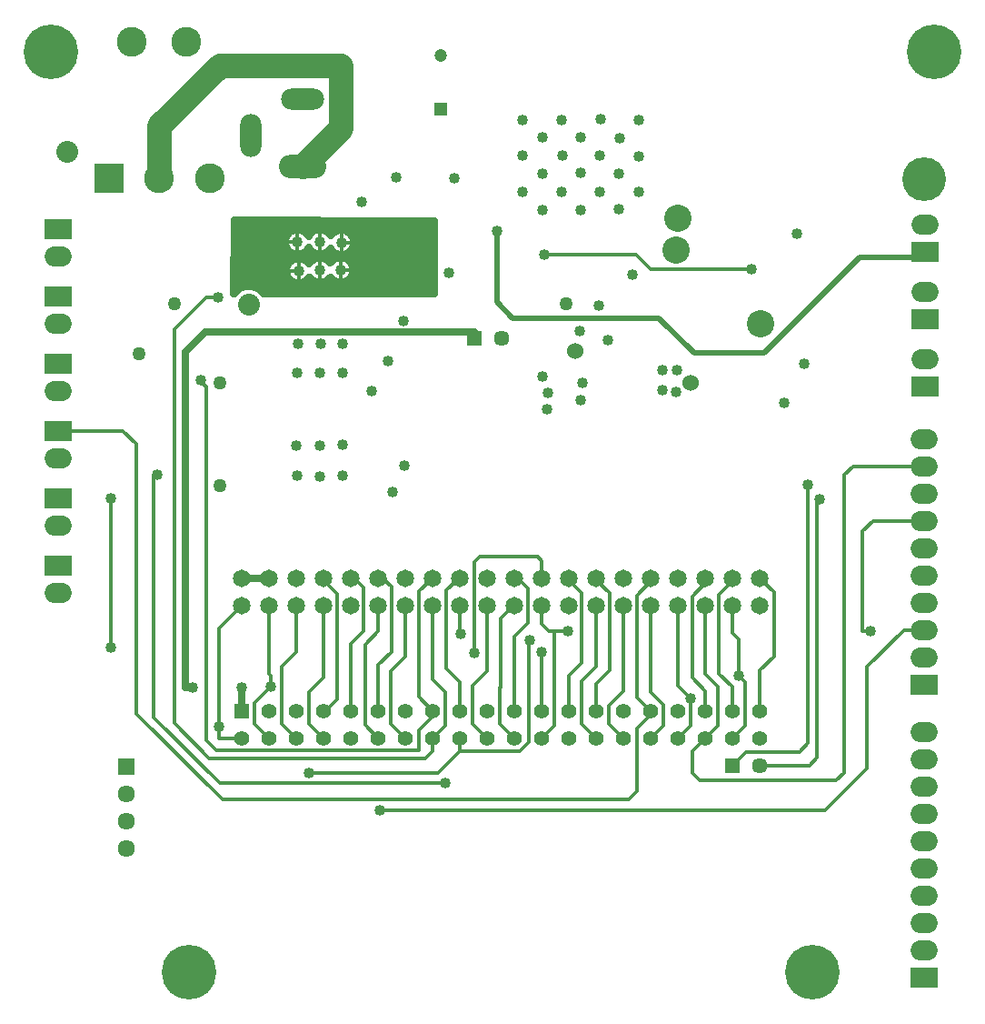
<source format=gbr>
G04 DipTrace 4.3.0.5*
G04 4 - Bottom.gbr*
%MOIN*%
G04 #@! TF.FileFunction,Copper,L4,Bot*
G04 #@! TF.Part,Single*
G04 #@! TA.AperFunction,CopperBalancing*
%ADD15C,0.013*%
G04 #@! TA.AperFunction,ViaPad*
%ADD16C,0.04*%
G04 #@! TA.AperFunction,Conductor*
%ADD17C,0.02*%
G04 #@! TA.AperFunction,CopperBalancing*
%ADD18C,0.025*%
G04 #@! TA.AperFunction,ViaPad*
%ADD19C,0.1*%
%ADD20C,0.05*%
G04 #@! TA.AperFunction,Conductor*
%ADD22C,0.09*%
G04 #@! TA.AperFunction,ComponentPad*
%ADD23R,0.047244X0.047244*%
%ADD25C,0.047244*%
%ADD35R,0.098425X0.074803*%
%ADD37O,0.098425X0.074803*%
%ADD40O,0.173228X0.086614*%
%ADD42O,0.07874X0.15748*%
%ADD43O,0.15748X0.07874*%
%ADD44R,0.055039X0.055039*%
%ADD46C,0.055039*%
%ADD47R,0.063386X0.063386*%
%ADD49C,0.063386*%
%ADD50R,0.057087X0.057087*%
%ADD52C,0.057087*%
%ADD54C,0.064961*%
%ADD56C,0.2*%
%ADD63R,0.109252X0.109252*%
%ADD65C,0.109252*%
G04 #@! TA.AperFunction,ViaPad*
%ADD69C,0.06*%
%ADD70C,0.08*%
%ADD71C,0.16*%
%FSLAX26Y26*%
G04*
G70*
G90*
G75*
G01*
G04 Bottom*
%LPD*%
X2338493Y3208554D2*
D15*
X2674653D1*
X2728046Y3155161D1*
X3098910D1*
X1228411Y2022262D2*
D18*
X1328411D1*
X2528150Y1435941D2*
D15*
X2475172Y1488919D1*
Y1646545D1*
X2528411Y1699784D1*
Y1922262D1*
Y2022262D2*
Y2016330D1*
X2577020Y1967721D1*
Y1684141D1*
X2528150Y1635271D1*
Y1535941D1*
X1328150Y1435941D2*
X1275172Y1488919D1*
Y1564892D1*
X1334913Y1624632D1*
Y1664132D1*
X1328411Y1670633D1*
Y1922262D1*
X1428150Y1435941D2*
X1375172Y1488919D1*
Y1698018D1*
X1428411Y1751256D1*
Y1922262D1*
X1528150Y1435941D2*
X1475172Y1488919D1*
Y1606482D1*
X1528411Y1659721D1*
Y1922262D1*
X2628150Y1435941D2*
X2575172Y1488919D1*
Y1556340D1*
X2628411Y1609579D1*
Y1922262D1*
X2728150Y1435941D2*
X2775172Y1482964D1*
Y1559581D1*
X2728411Y1606342D1*
Y1922262D1*
X2428411Y2022262D2*
Y2015161D1*
X2475901Y1967671D1*
Y1711141D1*
X2428150Y1663390D1*
Y1535941D1*
X2328411Y2022262D2*
Y2086221D1*
X2313011Y2101621D1*
X2101611D1*
X2082481Y2082491D1*
Y1748651D1*
X2326401Y1751972D2*
X2328150Y1750222D1*
Y1535941D1*
X2228411Y1922262D2*
X2222762D1*
X2176271Y1875771D1*
Y1621402D1*
X2175172Y1620304D1*
Y1488919D1*
X2228150Y1435941D1*
X2128411Y1922262D2*
Y1681155D1*
X2075172Y1627917D1*
Y1488919D1*
X2128150Y1435941D1*
X2328411Y1922262D2*
Y1855637D1*
X2354413Y1829636D1*
X2375170D1*
Y1482961D1*
X2328150Y1435941D1*
X3535653Y1829636D2*
X3504951D1*
Y2194231D1*
X3543760Y2233041D1*
X3732041D1*
X2375170Y1829636D2*
X2425393D1*
X2728411Y2022262D2*
Y2010071D1*
X2677710Y1959371D1*
Y1586381D1*
X2728150Y1535941D1*
Y1523241D1*
X2676020Y1471111D1*
Y1240577D1*
X2646894Y1211451D1*
X1156188D1*
X841011Y1526628D1*
Y2513911D1*
X792302Y2562620D1*
X553399D1*
X746331Y1767481D2*
Y2316490D1*
X2828150Y1435941D2*
X2875172Y1482964D1*
Y1582962D1*
X2828411Y1629724D1*
Y1922262D1*
X1528411Y2022262D2*
Y2015911D1*
X1578520Y1965802D1*
Y1579840D1*
X1534621Y1535941D1*
X1528150D1*
X1628411Y2022262D2*
Y2013091D1*
X1649520D1*
X1675481Y1987130D1*
Y1829812D1*
X1628150Y1782481D1*
Y1535941D1*
X2928411Y2022262D2*
Y2003452D1*
X2879550Y1954591D1*
Y1658041D1*
X2928150Y1609441D1*
Y1535941D1*
X1735672Y1170336D2*
X3367036D1*
X3522260Y1325561D1*
Y1698228D1*
X3657074Y1833041D1*
X3732041D1*
X1728150Y1435941D2*
X1679881Y1484210D1*
Y1779273D1*
X1728411Y1827804D1*
Y1922262D1*
Y2022262D2*
X1744399D1*
X1776161Y1990501D1*
Y1752071D1*
X1728150Y1704061D1*
Y1535941D1*
X2928411Y1922262D2*
Y1671050D1*
X2975172Y1624289D1*
Y1482964D1*
X2928150Y1435941D1*
X2879650Y1387441D1*
Y1308398D1*
X2907228Y1280821D1*
X3408973D1*
X3436550Y1308398D1*
Y2400208D1*
X3469384Y2433041D1*
X3732041D1*
X3028411Y2022262D2*
Y2010781D1*
X2979121Y1961491D1*
Y1672511D1*
X3028150Y1623482D1*
Y1535941D1*
X3128150D2*
Y1683826D1*
X3180393Y1736069D1*
Y1970280D1*
X3128411Y2022262D1*
X1141501Y3051951D2*
X1098161D1*
X981511Y2935301D1*
Y1490431D1*
X1109023Y1362919D1*
X1902150D1*
X1928150Y1388919D1*
Y1435941D1*
X1975172Y1482964D1*
Y1605155D1*
X1928411Y1651917D1*
Y1922262D1*
Y2022262D2*
X1926210D1*
X1877340Y1973392D1*
Y1586751D1*
X1928150Y1535941D1*
Y1514171D1*
X1879210Y1465231D1*
Y1390411D1*
X1132978D1*
X1096161Y1427229D1*
Y2725262D1*
X1079221Y2742201D1*
Y2748700D1*
X1975172Y1270423D2*
X1148209D1*
X905600Y1513032D1*
Y2400871D1*
X916001D1*
X2028411Y2022262D2*
X2023231D1*
X1978331Y1977361D1*
Y1690100D1*
X2028150Y1640281D1*
Y1535941D1*
X2228411Y2022262D2*
X2239830D1*
X2278130Y1983961D1*
Y1857810D1*
X2228150Y1807830D1*
Y1535941D1*
X3028150Y1435941D2*
X3075172Y1482964D1*
Y1642759D1*
X3051420Y1666511D1*
Y1798389D1*
X3028411Y1821398D1*
Y1922262D1*
X1828150Y1435941D2*
X1775172Y1488919D1*
Y1681108D1*
X1828411Y1734347D1*
Y1922262D1*
X925600Y3487161D2*
D22*
Y3682052D1*
X1145929Y3902381D1*
X1591400D1*
Y3671937D1*
X1450220Y3530757D1*
X3305571Y2366171D2*
D15*
Y1416846D1*
X3272653Y1383927D1*
X3076178D1*
X3028132Y1335881D1*
X3348221Y2313091D2*
X3339050D1*
Y1363457D1*
X3311474Y1335881D1*
X3128132D1*
X2164609Y3296130D2*
D17*
Y3033382D1*
X2222019Y2975972D1*
X2757340D1*
X2886361Y2846951D1*
X3143220D1*
X3495590Y3199321D1*
X3734611D1*
D15*
Y3216881D1*
X1475172Y1309923D2*
X1949153D1*
X2028149Y1388919D1*
X2249172D1*
X2280440Y1420187D1*
Y1796661D1*
X2283641D1*
X2028411Y1922262D2*
Y1819472D1*
X2030781D1*
X2028149Y1388919D2*
Y1435941D1*
X2028150D1*
X1228150D2*
X1145451D1*
Y1479641D1*
Y1839301D1*
X1228411Y1922262D1*
X1046428Y1622462D2*
D18*
X1020970D1*
Y2850461D1*
X1094340Y2923831D1*
X2081561D1*
Y2901920D1*
X1228150Y1535941D2*
Y1622462D1*
X1228149D1*
D16*
X746331Y1767481D3*
Y2316490D3*
X2770180Y2785911D3*
X2330321Y3505511D3*
X2823451Y2783661D3*
X2771821Y2710842D3*
X2822100Y2704762D3*
X1432210Y3254721D3*
X2612081Y3505951D3*
X2257491Y3439201D3*
X1513591Y3255210D3*
X2402371Y3437851D3*
X2259150Y3702431D3*
X1592890Y3252991D3*
X1515071Y3150842D3*
X2683581Y3568371D3*
X1795361Y3493091D3*
X1590671Y3151941D3*
X2613221Y3636371D3*
X2470411Y3638182D3*
X2470911Y3509102D3*
X1436520Y3149361D3*
X2401871Y3703331D3*
X1433031Y2881411D3*
X2542641Y3704541D3*
X1517081Y2881661D3*
X1596201Y2882321D3*
X2331680Y3636791D3*
X2258260Y3570671D3*
X1430180Y2774522D3*
X2403081Y3570661D3*
X2685031Y3700892D3*
X1514271Y2775241D3*
X2540210Y3571071D3*
X1596201Y2775231D3*
X1427411Y2509401D3*
X2685840Y3439632D3*
X1513611Y2507491D3*
X2329661Y3371481D3*
X1597890Y2510762D3*
X2470420Y3371481D3*
X1431301Y2397721D3*
X2611600Y3373911D3*
X2541020Y3438411D3*
X1514271Y2396420D3*
X1597241Y2399031D3*
X2326401Y1751972D3*
X2082481Y1748651D3*
D69*
X2452011Y2856381D3*
D16*
X1703001Y2708491D3*
X1763271Y2819451D3*
X2468661Y2929920D3*
X3264230Y3286431D3*
X3291430Y2809050D3*
X2348630Y2641511D3*
D19*
X2821001Y3224661D3*
D70*
X1255141Y3026481D3*
D20*
X1148161Y2362241D3*
X1147050Y2737052D3*
D16*
X1667046Y3401742D3*
X2661851Y3135151D3*
D20*
X2418230Y3028661D3*
D16*
X2349260Y2701361D3*
X1823106Y2433970D3*
X1819357Y2965592D3*
D19*
X2827671Y3340411D3*
D69*
X2875301Y2736941D3*
D16*
X2476781Y2739241D3*
X2329611Y2761381D3*
X2472298Y2675431D3*
X1780129Y2338340D3*
X1986571Y3142420D3*
X2164609Y3296130D3*
X2538100Y3020591D3*
X2570851Y2894552D3*
D71*
X3732531Y3486340D3*
D16*
X1334913Y1624632D3*
X3535653Y1829636D3*
X2425393D3*
X2875172Y1582962D3*
X1735672Y1170336D3*
X1141501Y3051951D3*
X1079221Y2748700D3*
X916001Y2400871D3*
X1975172Y1270423D3*
X3051420Y1666511D3*
X3305571Y2366171D3*
X3348221Y2313091D3*
X2283641Y1796661D3*
X2030781Y1819472D3*
X1475172Y1309923D3*
X1145451Y1479641D3*
X1046428Y1622462D3*
X1228149D3*
X2006730Y3486751D3*
X3217350Y2663661D3*
D20*
X849581Y2843741D3*
D70*
X586121Y3585301D3*
D20*
X979730Y3028920D3*
D19*
X3130550Y2954871D3*
D16*
X2338493Y3208554D3*
X3098910Y3155161D3*
X1203143Y3308742D2*
D18*
X1931491D1*
X1202892Y3283873D2*
X1394215D1*
X1629394D2*
X1931491D1*
X1202623Y3259004D2*
X1383970D1*
X1640931D2*
X1931491D1*
X1202372Y3234136D2*
X1388653D1*
X1637270D2*
X1931491D1*
X1202103Y3209267D2*
X1423084D1*
X1441325D2*
X1576309D1*
X1609460D2*
X1931491D1*
X1201852Y3184398D2*
X1404316D1*
X1468722D2*
X1481198D1*
X1625680D2*
X1931491D1*
X1201583Y3159529D2*
X1389227D1*
X1638473D2*
X1931491D1*
X1201331Y3134661D2*
X1390501D1*
X1635727D2*
X1931491D1*
X1201062Y3109792D2*
X1410686D1*
X1462353D2*
X1491963D1*
X1538176D2*
X1569922D1*
X1611434D2*
X1931491D1*
X1200811Y3084923D2*
X1222114D1*
X1288171D2*
X1931491D1*
X1473022Y3233667D2*
X1471736Y3231320D1*
X1470084Y3228732D1*
X1468264Y3226260D1*
X1466283Y3223916D1*
X1464149Y3221709D1*
X1461873Y3219649D1*
X1459464Y3217746D1*
X1456933Y3216009D1*
X1454292Y3214444D1*
X1451553Y3213059D1*
X1448727Y3211860D1*
X1445827Y3210852D1*
X1442867Y3210041D1*
X1439859Y3209429D1*
X1436816Y3209019D1*
X1433754Y3208814D1*
X1430684Y3208813D1*
X1427621Y3209018D1*
X1424579Y3209426D1*
X1421570Y3210037D1*
X1418609Y3210848D1*
X1415709Y3211854D1*
X1412883Y3213052D1*
X1410143Y3214436D1*
X1407501Y3216000D1*
X1404970Y3217737D1*
X1402561Y3219639D1*
X1400284Y3221697D1*
X1398149Y3223904D1*
X1396167Y3226247D1*
X1394346Y3228718D1*
X1392694Y3231306D1*
X1391218Y3233997D1*
X1389925Y3236782D1*
X1388821Y3239646D1*
X1387911Y3242578D1*
X1387199Y3245564D1*
X1386688Y3248591D1*
X1386380Y3251645D1*
X1386277Y3254713D1*
X1386379Y3257781D1*
X1386686Y3260835D1*
X1387196Y3263862D1*
X1387907Y3266848D1*
X1388816Y3269781D1*
X1389919Y3272645D1*
X1391210Y3275430D1*
X1392685Y3278122D1*
X1394337Y3280710D1*
X1396157Y3283182D1*
X1398138Y3285526D1*
X1400272Y3287733D1*
X1402548Y3289793D1*
X1404957Y3291696D1*
X1407488Y3293433D1*
X1410129Y3294998D1*
X1412868Y3296383D1*
X1415694Y3297582D1*
X1418594Y3298590D1*
X1421554Y3299401D1*
X1424562Y3300013D1*
X1427605Y3300423D1*
X1430667Y3300628D1*
X1433737Y3300629D1*
X1436800Y3300424D1*
X1439842Y3300016D1*
X1442851Y3299405D1*
X1445812Y3298594D1*
X1448712Y3297588D1*
X1451538Y3296390D1*
X1454278Y3295006D1*
X1456920Y3293442D1*
X1459451Y3291705D1*
X1461860Y3289803D1*
X1464137Y3287745D1*
X1466272Y3285538D1*
X1468254Y3283195D1*
X1470075Y3280724D1*
X1471727Y3278136D1*
X1472761Y3276252D1*
X1474066Y3278612D1*
X1475717Y3281200D1*
X1477538Y3283671D1*
X1479519Y3286016D1*
X1481653Y3288223D1*
X1483929Y3290282D1*
X1486338Y3292185D1*
X1488868Y3293923D1*
X1491509Y3295488D1*
X1494249Y3296873D1*
X1497075Y3298072D1*
X1499974Y3299079D1*
X1502935Y3299891D1*
X1505943Y3300503D1*
X1508985Y3300912D1*
X1512048Y3301118D1*
X1515118D1*
X1518181Y3300914D1*
X1521223Y3300505D1*
X1524231Y3299894D1*
X1527192Y3299084D1*
X1530092Y3298078D1*
X1532919Y3296880D1*
X1535659Y3295496D1*
X1538300Y3293932D1*
X1540831Y3292195D1*
X1543241Y3290293D1*
X1545518Y3288234D1*
X1547652Y3286028D1*
X1549634Y3283684D1*
X1551456Y3281213D1*
X1553108Y3278626D1*
X1553873Y3277230D1*
X1555016Y3278980D1*
X1556837Y3281452D1*
X1558818Y3283797D1*
X1560952Y3286004D1*
X1563228Y3288063D1*
X1565637Y3289966D1*
X1568167Y3291704D1*
X1570808Y3293269D1*
X1573548Y3294654D1*
X1576374Y3295852D1*
X1579274Y3296860D1*
X1582234Y3297671D1*
X1585242Y3298283D1*
X1588284Y3298693D1*
X1591347Y3298899D1*
X1594417D1*
X1597480Y3298695D1*
X1600522Y3298286D1*
X1603531Y3297675D1*
X1606491Y3296865D1*
X1609391Y3295858D1*
X1612218Y3294660D1*
X1614958Y3293277D1*
X1617599Y3291713D1*
X1620130Y3289976D1*
X1622540Y3288074D1*
X1624817Y3286015D1*
X1626951Y3283809D1*
X1628934Y3281465D1*
X1630755Y3278994D1*
X1632407Y3276407D1*
X1633883Y3273715D1*
X1635176Y3270931D1*
X1636279Y3268066D1*
X1637189Y3265135D1*
X1637902Y3262149D1*
X1638413Y3259122D1*
X1638721Y3256068D1*
X1638824Y3252991D1*
X1638722Y3249931D1*
X1638415Y3246877D1*
X1637905Y3243850D1*
X1637194Y3240864D1*
X1636285Y3237932D1*
X1635182Y3235067D1*
X1633890Y3232282D1*
X1632416Y3229590D1*
X1630764Y3227002D1*
X1628944Y3224531D1*
X1626962Y3222186D1*
X1624829Y3219979D1*
X1622552Y3217920D1*
X1620144Y3216017D1*
X1617613Y3214279D1*
X1614972Y3212714D1*
X1612233Y3211329D1*
X1609407Y3210130D1*
X1606507Y3209123D1*
X1603547Y3208311D1*
X1600538Y3207699D1*
X1597496Y3207290D1*
X1594433Y3207084D1*
X1591364Y3207083D1*
X1588301Y3207288D1*
X1585258Y3207696D1*
X1582250Y3208307D1*
X1579289Y3209118D1*
X1576389Y3210124D1*
X1573563Y3211322D1*
X1570823Y3212706D1*
X1568181Y3214270D1*
X1565650Y3216007D1*
X1563241Y3217909D1*
X1560964Y3219968D1*
X1558829Y3222174D1*
X1556847Y3224518D1*
X1555026Y3226989D1*
X1553373Y3229576D1*
X1552608Y3230972D1*
X1551465Y3229221D1*
X1549645Y3226750D1*
X1547663Y3224405D1*
X1545529Y3222198D1*
X1543253Y3220139D1*
X1540844Y3218236D1*
X1538314Y3216498D1*
X1535673Y3214933D1*
X1532933Y3213548D1*
X1530108Y3212349D1*
X1527208Y3211342D1*
X1524247Y3210530D1*
X1521239Y3209918D1*
X1518197Y3209509D1*
X1515134Y3209303D1*
X1512064D1*
X1509001Y3209507D1*
X1505959Y3209916D1*
X1502951Y3210527D1*
X1499990Y3211337D1*
X1497090Y3212343D1*
X1494264Y3213541D1*
X1491524Y3214925D1*
X1488882Y3216489D1*
X1486351Y3218226D1*
X1483941Y3220128D1*
X1481664Y3222187D1*
X1479530Y3224393D1*
X1477548Y3226737D1*
X1475726Y3229208D1*
X1474074Y3231795D1*
X1473041Y3233680D1*
X1553240Y3125315D2*
X1552945Y3124853D1*
X1551125Y3122381D1*
X1549143Y3120036D1*
X1547010Y3117829D1*
X1544733Y3115770D1*
X1542325Y3113867D1*
X1539794Y3112129D1*
X1537153Y3110564D1*
X1534414Y3109179D1*
X1531588Y3107981D1*
X1528688Y3106973D1*
X1525728Y3106162D1*
X1522720Y3105550D1*
X1519677Y3105140D1*
X1516614Y3104934D1*
X1513545D1*
X1510482Y3105138D1*
X1507439Y3105547D1*
X1504431Y3106158D1*
X1501470Y3106968D1*
X1498570Y3107975D1*
X1495744Y3109173D1*
X1493004Y3110557D1*
X1490362Y3112120D1*
X1487831Y3113857D1*
X1485422Y3115759D1*
X1483145Y3117818D1*
X1481010Y3120024D1*
X1479028Y3122368D1*
X1477207Y3124839D1*
X1476260Y3126322D1*
X1474394Y3123372D1*
X1472574Y3120901D1*
X1470592Y3118556D1*
X1468459Y3116349D1*
X1466182Y3114290D1*
X1463774Y3112387D1*
X1461243Y3110649D1*
X1458602Y3109084D1*
X1455863Y3107699D1*
X1453037Y3106500D1*
X1450137Y3105493D1*
X1447176Y3104681D1*
X1444168Y3104069D1*
X1441126Y3103660D1*
X1438063Y3103454D1*
X1434994Y3103453D1*
X1431931Y3103658D1*
X1428888Y3104067D1*
X1425880Y3104677D1*
X1422919Y3105488D1*
X1420019Y3106494D1*
X1417193Y3107692D1*
X1414453Y3109076D1*
X1411811Y3110640D1*
X1409280Y3112377D1*
X1406871Y3114279D1*
X1404594Y3116338D1*
X1402459Y3118544D1*
X1400477Y3120888D1*
X1398655Y3123359D1*
X1397003Y3125946D1*
X1395528Y3128638D1*
X1394235Y3131422D1*
X1393131Y3134286D1*
X1392221Y3137218D1*
X1391509Y3140204D1*
X1390998Y3143231D1*
X1390690Y3146285D1*
X1390587Y3149353D1*
X1390689Y3152421D1*
X1390996Y3155476D1*
X1391506Y3158503D1*
X1392217Y3161489D1*
X1393126Y3164421D1*
X1394229Y3167286D1*
X1395520Y3170071D1*
X1396995Y3172763D1*
X1398646Y3175351D1*
X1400467Y3177822D1*
X1402448Y3180167D1*
X1404582Y3182374D1*
X1406858Y3184433D1*
X1409267Y3186336D1*
X1411797Y3188074D1*
X1414438Y3189639D1*
X1417178Y3191024D1*
X1420004Y3192223D1*
X1422903Y3193230D1*
X1425864Y3194042D1*
X1428872Y3194654D1*
X1431914Y3195063D1*
X1434977Y3195269D1*
X1438047D1*
X1441110Y3195065D1*
X1444152Y3194656D1*
X1447161Y3194045D1*
X1450121Y3193235D1*
X1453021Y3192228D1*
X1455848Y3191031D1*
X1458588Y3189647D1*
X1461229Y3188083D1*
X1463760Y3186346D1*
X1466170Y3184444D1*
X1468447Y3182385D1*
X1470581Y3180179D1*
X1472564Y3177835D1*
X1474385Y3175364D1*
X1475332Y3173881D1*
X1477197Y3176831D1*
X1479018Y3179302D1*
X1480999Y3181647D1*
X1483133Y3183854D1*
X1485409Y3185914D1*
X1487818Y3187816D1*
X1490349Y3189554D1*
X1492989Y3191119D1*
X1495729Y3192504D1*
X1498555Y3193703D1*
X1501455Y3194710D1*
X1504415Y3195522D1*
X1507423Y3196134D1*
X1510466Y3196544D1*
X1513528Y3196749D1*
X1516598Y3196750D1*
X1519661Y3196545D1*
X1522703Y3196137D1*
X1525712Y3195526D1*
X1528673Y3194715D1*
X1531573Y3193709D1*
X1534399Y3192511D1*
X1537139Y3191127D1*
X1539780Y3189563D1*
X1542312Y3187826D1*
X1544721Y3185924D1*
X1546998Y3183865D1*
X1549132Y3181659D1*
X1551115Y3179315D1*
X1552479Y3177464D1*
X1554618Y3180402D1*
X1556599Y3182747D1*
X1558733Y3184954D1*
X1561009Y3187013D1*
X1563418Y3188916D1*
X1565948Y3190654D1*
X1568589Y3192219D1*
X1571329Y3193604D1*
X1574155Y3194803D1*
X1577054Y3195810D1*
X1580015Y3196622D1*
X1583023Y3197234D1*
X1586065Y3197643D1*
X1589128Y3197849D1*
X1592198D1*
X1595261Y3197645D1*
X1598303Y3197236D1*
X1601311Y3196625D1*
X1604272Y3195815D1*
X1607172Y3194809D1*
X1609999Y3193611D1*
X1612739Y3192227D1*
X1615380Y3190663D1*
X1617911Y3188926D1*
X1620321Y3187024D1*
X1622598Y3184965D1*
X1624732Y3182759D1*
X1626715Y3180415D1*
X1628536Y3177944D1*
X1630188Y3175357D1*
X1631664Y3172665D1*
X1632956Y3169881D1*
X1634060Y3167016D1*
X1634970Y3164085D1*
X1635682Y3161099D1*
X1636194Y3158072D1*
X1636501Y3155018D1*
X1636604Y3151941D1*
X1636502Y3148882D1*
X1636196Y3145827D1*
X1635686Y3142800D1*
X1634975Y3139814D1*
X1634066Y3136882D1*
X1632963Y3134017D1*
X1631671Y3131232D1*
X1630196Y3128540D1*
X1628545Y3125952D1*
X1626725Y3123481D1*
X1624743Y3121136D1*
X1622610Y3118929D1*
X1620333Y3116870D1*
X1617924Y3114967D1*
X1615394Y3113229D1*
X1612753Y3111664D1*
X1610013Y3110279D1*
X1607188Y3109080D1*
X1604288Y3108073D1*
X1601327Y3107261D1*
X1598319Y3106649D1*
X1595277Y3106240D1*
X1592214Y3106034D1*
X1589144D1*
X1586082Y3106238D1*
X1583039Y3106647D1*
X1580031Y3107258D1*
X1577070Y3108068D1*
X1574170Y3109074D1*
X1571344Y3110272D1*
X1568604Y3111656D1*
X1565962Y3113220D1*
X1563431Y3114957D1*
X1561022Y3116859D1*
X1558745Y3118918D1*
X1556610Y3121124D1*
X1554628Y3123468D1*
X1553264Y3125319D1*
X1201251Y3064359D2*
X1201788Y3065220D1*
X1207699Y3072268D1*
X1214533Y3078425D1*
X1222157Y3083571D1*
X1230424Y3087606D1*
X1239171Y3090451D1*
X1248229Y3092051D1*
X1257422Y3092375D1*
X1266571Y3091416D1*
X1275497Y3089193D1*
X1284027Y3085750D1*
X1291994Y3081153D1*
X1299244Y3075492D1*
X1305636Y3068877D1*
X1308916Y3064365D1*
X1933995Y3064361D1*
X1933991Y3332105D1*
X1836393Y3332295D1*
X1200912Y3333586D1*
X1198093Y3064358D1*
X1201173Y3064361D1*
X1432210Y3300618D2*
D15*
Y3208824D1*
X1386313Y3254721D2*
X1432210D1*
X1513591Y3301108D2*
Y3209313D1*
X1592890Y3298889D2*
Y3207094D1*
Y3252991D2*
X1638788D1*
X1515071Y3196739D2*
Y3104944D1*
X1590671Y3197839D2*
Y3106044D1*
Y3151941D2*
X1636569D1*
X1436520Y3195259D2*
Y3103464D1*
X1390623Y3149361D2*
X1436520D1*
D23*
X1956070Y3741686D3*
D25*
Y3938536D3*
D35*
X553790Y3302471D3*
D37*
X553801Y3202471D3*
D35*
X553710Y3056210D3*
D37*
Y2956210D3*
D35*
X553727Y2809450D3*
D37*
X553738Y2709450D3*
D35*
X3734611Y3216881D3*
D37*
Y3316881D3*
D35*
X3734822Y2970120D3*
D37*
Y3070120D3*
D35*
X3734420Y2723351D3*
D37*
Y2823351D3*
D35*
X553399Y2562620D3*
D37*
Y2462620D3*
D35*
X554191Y2316490D3*
D37*
Y2216490D3*
D35*
X553999Y2069090D3*
D37*
Y1969090D3*
D40*
X1450220Y3530757D3*
D42*
X1261244Y3644930D3*
D43*
X1450220Y3778789D3*
D44*
X1228150Y1535941D3*
D46*
X1328150D3*
X1428150D3*
X1528150D3*
X1628150D3*
X1728150D3*
X1828150D3*
X1928150D3*
X2028150D3*
X2128150D3*
X2228150D3*
X2328150D3*
X2428150D3*
X2528150D3*
X2628150D3*
X2728150D3*
X2828150D3*
X2928150D3*
X3028150D3*
X3128150D3*
X1228150Y1435941D3*
X1328150D3*
X1428150D3*
X1528150D3*
X1628150D3*
X1728150D3*
X1828150D3*
X1928150D3*
X2028150D3*
X2128150D3*
X2228150D3*
X2328150D3*
X2428150D3*
X2528150D3*
X2628150D3*
X2728150D3*
X2828150D3*
X2928150D3*
X3028150D3*
X3128150D3*
D47*
X802901Y1332210D3*
D49*
Y1232210D3*
Y1132210D3*
Y1032210D3*
D50*
X3028132Y1335881D3*
D52*
X3128132D3*
D35*
X3732041Y1633041D3*
D37*
Y1733041D3*
Y1833041D3*
Y1933041D3*
Y2033041D3*
Y2133041D3*
Y2233041D3*
Y2333041D3*
Y2433041D3*
Y2533041D3*
D35*
X3731591Y556671D3*
D37*
Y656671D3*
Y756671D3*
Y856671D3*
Y956671D3*
Y1056671D3*
Y1156671D3*
Y1256671D3*
Y1356671D3*
Y1456671D3*
D50*
X2081561Y2901920D3*
D52*
X2181561D3*
D54*
X1228411Y1922262D3*
Y2022262D3*
X1328411Y1922262D3*
Y2022262D3*
X1428411Y1922262D3*
Y2022262D3*
X1528411Y1922262D3*
Y2022262D3*
X1628411D3*
Y1922262D3*
X1728411Y2022262D3*
Y1922262D3*
X1828411Y2022262D3*
Y1922262D3*
X1928411D3*
Y2022262D3*
X2028411Y1922262D3*
Y2022262D3*
X2128411Y1922262D3*
Y2022262D3*
X2228411Y1922262D3*
Y2022262D3*
X2328411Y1922262D3*
Y2022262D3*
X2428411Y1922262D3*
Y2022262D3*
X2528411Y1922262D3*
Y2022262D3*
X2628411Y1922262D3*
Y2022262D3*
X2728411Y1922262D3*
Y2022262D3*
X2828411Y1922262D3*
Y2022262D3*
X2928411Y1922262D3*
Y2022262D3*
X3028411Y1922262D3*
Y2022262D3*
X3128411Y1922262D3*
Y2022262D3*
D56*
X3321251Y579361D3*
X3768570Y3952611D3*
X526991D3*
X1035461Y577731D3*
D63*
X740561Y3487161D3*
D65*
X925600D3*
X1110640D3*
X825600Y3987161D3*
X1025600D3*
M02*

</source>
